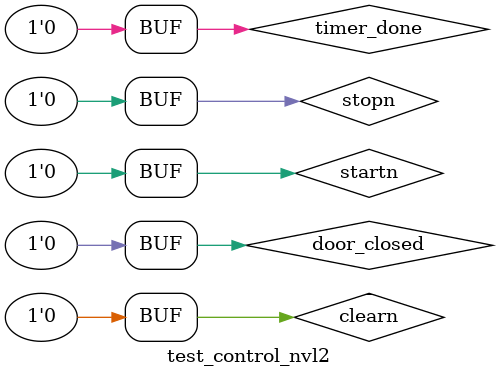
<source format=v>
`timescale 1ns/1ns

module test_control_nvl2;

    reg startn, stopn, clearn, door_closed, timer_done;
  	wire  mag_on;
  	nvl2_controle dut(startn, stopn, clearn, door_closed, timer_done, mag_on);

    initial
        begin

            $dumpfile("teste_magnetron_nvl2.vcd");
            $dumpvars(0, test_control_nvl2);

                startn=1; stopn=0; clearn=0; door_closed=0; timer_done=0;
            #5  startn=1; stopn=0; clearn=0; door_closed=1; timer_done=0;
         	  #5  startn=1; stopn=1; clearn=0; door_closed=1; timer_done=0;
            #5  startn=1; stopn=0; clearn=0; door_closed=1; timer_done=0;
            #5  startn=1; stopn=0; clearn=0; door_closed=0; timer_done=0;
            #5  startn=1; stopn=0; clearn=0; door_closed=1; timer_done=1;
            #5  startn=1; stopn=0; clearn=0; door_closed=1; timer_done=0;
          	#5  startn=1; stopn=0; clearn=1; door_closed=1; timer_done=1;
            #5  startn=1; stopn=0; clearn=0; door_closed=1; timer_done=0;
          	#5  startn=1; stopn=1; clearn=1; door_closed=1; timer_done=1;
            #5  startn=0; stopn=1; clearn=1; door_closed=1; timer_done=1;
            #5  startn=0; stopn=0; clearn=0; door_closed=0; timer_done=0;
          
        end
endmodule
</source>
